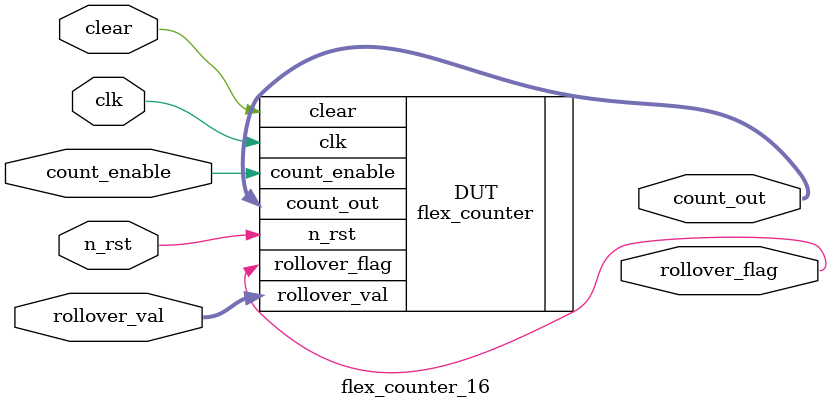
<source format=sv>

module flex_counter_16
(
	input clk,
	input n_rst,
	input clear,
	input count_enable,
	input [15:0] rollover_val,
	output [15:0] count_out,
	output rollover_flag
);

flex_counter #(.NUM_CNT_BITS(16)) DUT (.clk(clk), 
                                      .n_rst(n_rst), 
                                      .clear(clear), 
                                      .count_enable(count_enable),
                                      .rollover_val(rollover_val),
                                      .count_out(count_out),
                                      .rollover_flag(rollover_flag));
endmodule

</source>
